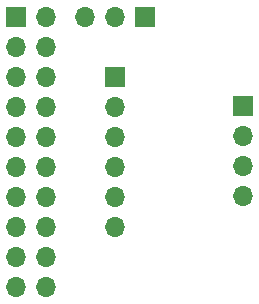
<source format=gts>
%TF.GenerationSoftware,KiCad,Pcbnew,(6.0.9)*%
%TF.CreationDate,2023-10-26T15:22:16+09:00*%
%TF.ProjectId,JTAG_to_SWD,4a544147-5f74-46f5-9f53-57442e6b6963,rev?*%
%TF.SameCoordinates,PX1c9c380PYaba9500*%
%TF.FileFunction,Soldermask,Top*%
%TF.FilePolarity,Negative*%
%FSLAX46Y46*%
G04 Gerber Fmt 4.6, Leading zero omitted, Abs format (unit mm)*
G04 Created by KiCad (PCBNEW (6.0.9)) date 2023-10-26 15:22:16*
%MOMM*%
%LPD*%
G01*
G04 APERTURE LIST*
%ADD10R,1.700000X1.700000*%
%ADD11O,1.700000X1.700000*%
G04 APERTURE END LIST*
D10*
%TO.C,J3*%
X22525000Y18860000D03*
D11*
X22525000Y16320000D03*
X22525000Y13780000D03*
X22525000Y11240000D03*
%TD*%
D10*
%TO.C,J4*%
X14170000Y26450000D03*
D11*
X11630000Y26450000D03*
X9090000Y26450000D03*
%TD*%
D10*
%TO.C,J2*%
X11635000Y21385000D03*
D11*
X11635000Y18845000D03*
X11635000Y16305000D03*
X11635000Y13765000D03*
X11635000Y11225000D03*
X11635000Y8685000D03*
%TD*%
D10*
%TO.C,J1*%
X3300000Y26460000D03*
D11*
X5840000Y26460000D03*
X3300000Y23920000D03*
X5840000Y23920000D03*
X3300000Y21380000D03*
X5840000Y21380000D03*
X3300000Y18840000D03*
X5840000Y18840000D03*
X3300000Y16300000D03*
X5840000Y16300000D03*
X3300000Y13760000D03*
X5840000Y13760000D03*
X3300000Y11220000D03*
X5840000Y11220000D03*
X3300000Y8680000D03*
X5840000Y8680000D03*
X3300000Y6140000D03*
X5840000Y6140000D03*
X3300000Y3600000D03*
X5840000Y3600000D03*
%TD*%
M02*

</source>
